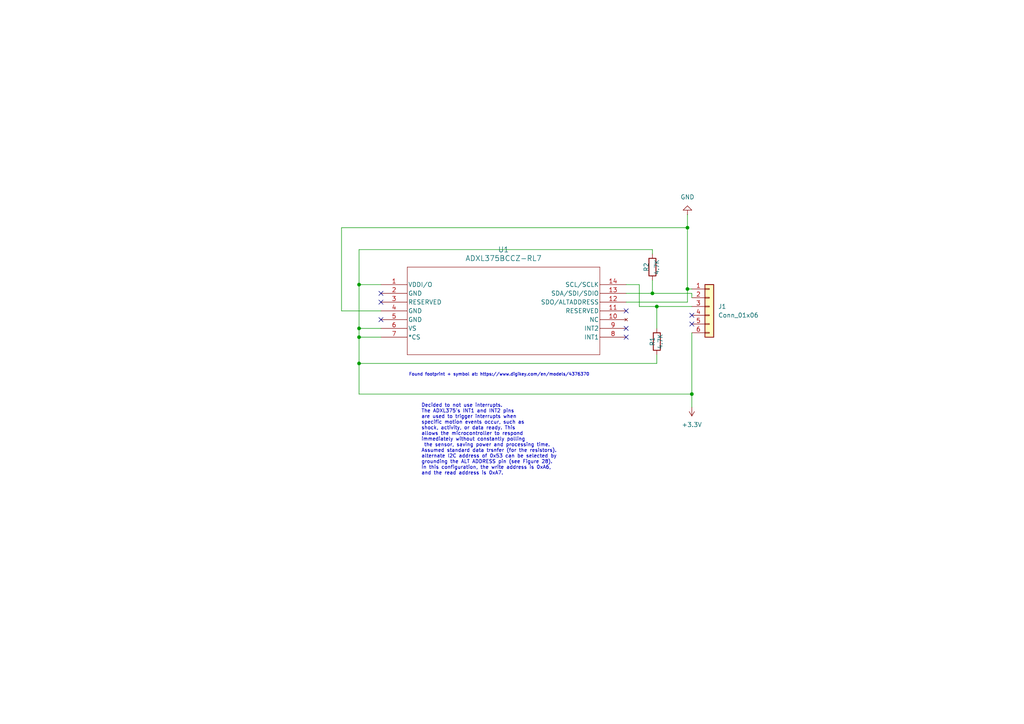
<source format=kicad_sch>
(kicad_sch (version 20250114) (generator "eeschema") (generator_version "9.0")
  (paper "A4")
  (lib_symbols
    (symbol "ADXL375:ADXL375BCCZ-RL7" (pin_names (offset 0.254))
      (property "Reference" "U" (at 35.56 10.16 0))
      (property "Value" "ADXL375BCCZ-RL7" (at 35.56 7.62 0))
      (symbol "ADXL375BCCZ-RL7_0_1"
        (polyline (pts (xy 7.62 5.08) (xy 7.62 -20.32)) (stroke (width 0.127)))
        (polyline (pts (xy 7.62 -20.32) (xy 63.5 -20.32)) (stroke (width 0.127)))
        (polyline (pts (xy 63.5 5.08) (xy 7.62 5.08)) (stroke (width 0.127)))
        (polyline (pts (xy 63.5 -20.32) (xy 63.5 5.08)) (stroke (width 0.127)))
        (pin power_in line (at 0 0 0) (length 7.62) (name "VDDI/O") (number "1"))
        (pin power_out line (at 0 -2.54 0) (length 7.62) (name "GND") (number "2"))
        (pin unspecified line (at 0 -5.08 0) (length 7.62) (name "RESERVED") (number "3"))
        (pin power_out line (at 0 -7.62 0) (length 7.62) (name "GND") (number "4"))
        (pin power_out line (at 0 -10.16 0) (length 7.62) (name "GND") (number "5"))
        (pin unspecified line (at 0 -12.7 0) (length 7.62) (name "VS") (number "6"))
        (pin unspecified line (at 0 -15.24 0) (length 7.62) (name "*CS") (number "7"))
        (pin unspecified line (at 71.12 0 180) (length 7.62) (name "SCL/SCLK") (number "14"))
        (pin unspecified line (at 71.12 -2.54 180) (length 7.62) (name "SDA/SDI/SDIO") (number "13"))
        (pin unspecified line (at 71.12 -5.08 180) (length 7.62) (name "SDO/ALTADDRESS") (number "12"))
        (pin unspecified line (at 71.12 -7.62 180) (length 7.62) (name "RESERVED") (number "11"))
        (pin no_connect line (at 71.12 -10.16 180) (length 7.62) (name "NC") (number "10"))
        (pin bidirectional line (at 71.12 -12.7 180) (length 7.62) (name "INT2") (number "9"))
        (pin bidirectional line (at 71.12 -15.24 180) (length 7.62) (name "INT1") (number "8"))
      )
    )
    (symbol "Connector_Generic:Conn_01x06" (pin_names (offset 1.016) (hide yes))
      (property "Reference" "J" (at 0 7.62 0))
      (property "Value" "Conn_01x06" (at 0 -10.16 0))
      (symbol "Conn_01x06_1_1"
        (rectangle (start -1.27 6.35) (end 1.27 -8.89) (stroke (width 0.254)) (fill (type background)))
        (rectangle (start -1.27 5.207) (end 0 4.953) (stroke (width 0.1524)))
        (rectangle (start -1.27 2.667) (end 0 2.413) (stroke (width 0.1524)))
        (rectangle (start -1.27 0.127) (end 0 -0.127) (stroke (width 0.1524)))
        (rectangle (start -1.27 -2.413) (end 0 -2.667) (stroke (width 0.1524)))
        (rectangle (start -1.27 -4.953) (end 0 -5.207) (stroke (width 0.1524)))
        (rectangle (start -1.27 -7.493) (end 0 -7.747) (stroke (width 0.1524)))
        (pin passive line (at -5.08 5.08 0) (length 3.81) (name "Pin_1") (number "1"))
        (pin passive line (at -5.08 2.54 0) (length 3.81) (name "Pin_2") (number "2"))
        (pin passive line (at -5.08 0 0) (length 3.81) (name "Pin_3") (number "3"))
        (pin passive line (at -5.08 -2.54 0) (length 3.81) (name "Pin_4") (number "4"))
        (pin passive line (at -5.08 -5.08 0) (length 3.81) (name "Pin_5") (number "5"))
        (pin passive line (at -5.08 -7.62 0) (length 3.81) (name "Pin_6") (number "6"))
      )
    )
    (symbol "Device:R" (pin_numbers (hide yes)) (pin_names (offset 0))
      (property "Reference" "R" (at 2.032 0 90))
      (property "Value" "R" (at 0 0 90))
      (symbol "R_0_1"
        (rectangle (start -1.016 -2.54) (end 1.016 2.54) (stroke (width 0.254)))
      )
      (symbol "R_1_1"
        (pin passive line (at 0 3.81 270) (length 1.27) (name "~") (number "1"))
        (pin passive line (at 0 -3.81 90) (length 1.27) (name "~") (number "2"))
      )
    )
    (symbol "power:+3.3V" (power) (pin_numbers (hide yes)) (pin_names (offset 0) (hide yes))
      (property "Value" "+3.3V" (at 0 3.556 0))
      (symbol "+3.3V_0_1"
        (polyline (pts (xy -0.762 1.27) (xy 0 2.54)))
        (polyline (pts (xy 0 2.54) (xy 0.762 1.27)))
        (polyline (pts (xy 0 0) (xy 0 2.54)))
      )
      (symbol "+3.3V_1_1"
        (pin power_in line (at 0 0 90) (length 0) (name "~") (number "1"))
      )
    )
    (symbol "power:GND" (power) (pin_numbers (hide yes)) (pin_names (offset 0) (hide yes))
      (property "Value" "GND" (at 0 -3.81 0))
      (symbol "GND_0_1"
        (polyline (pts (xy 0 0) (xy 0 -1.27) (xy 1.27 -1.27) (xy 0 -2.54) (xy -1.27 -1.27) (xy 0 -1.27)))
      )
      (symbol "GND_1_1"
        (pin power_in line (at 0 0 270) (length 0) (name "~") (number "1"))
      )
    )
  )
  (text "Decided to not use interrupts. \nThe ADXL375's INT1 and INT2 pins \nare used to trigger interrupts when \nspecific motion events occur, such as \nshock, activity, or data ready. This \nallows the microcontroller to respond \nimmediately without constantly polling\n the sensor, saving power and processing time.\nAssumed standard data trsnfer (for the resistors).\nalternate I2C address of 0x53 can be selected by \ngrounding the ALT ADDRESS pin (see Figure 28).\nIn this configuration, the write address is 0xA6, \nand the read address is 0xA7.\n\n\n\n\n\n\n\n\n" (at 122.174 117.094 0) (effects (font (size 1.016 1.016)) (justify left top)))
  (text "Found footprint + symbol at: https://www.digikey.com/en/models/4376370" (at 144.78 108.712 0) (effects (font (size 0.889 0.889))))
  (junction (at 200.66 114.3))
  (junction (at 199.39 66.04))
  (junction (at 189.23 85.09))
  (junction (at 104.14 105.41))
  (junction (at 190.5 88.9))
  (junction (at 199.39 83.82))
  (junction (at 104.14 95.25))
  (junction (at 104.14 82.55))
  (junction (at 104.14 97.79))
  (no_connect (at 181.61 90.17))
  (no_connect (at 110.49 87.63))
  (no_connect (at 110.49 92.71))
  (no_connect (at 181.61 97.79))
  (no_connect (at 110.49 85.09))
  (no_connect (at 181.61 95.25))
  (no_connect (at 200.66 91.44))
  (no_connect (at 200.66 93.98))
  (wire (pts (xy 104.14 97.79) (xy 104.14 105.41)))
  (wire (pts (xy 181.61 87.63) (xy 199.39 87.63)))
  (wire (pts (xy 181.61 85.09) (xy 189.23 85.09)))
  (wire (pts (xy 190.5 88.9) (xy 190.5 95.25)))
  (wire (pts (xy 190.5 105.41) (xy 104.14 105.41)))
  (wire (pts (xy 200.66 114.3) (xy 200.66 118.11)))
  (wire (pts (xy 199.39 87.63) (xy 199.39 83.82)))
  (wire (pts (xy 110.49 82.55) (xy 104.14 82.55)))
  (wire (pts (xy 199.39 83.82) (xy 199.39 66.04)))
  (wire (pts (xy 199.39 83.82) (xy 200.66 83.82)))
  (wire (pts (xy 190.5 102.87) (xy 190.5 105.41)))
  (wire (pts (xy 110.49 95.25) (xy 104.14 95.25)))
  (wire (pts (xy 189.23 85.09) (xy 200.66 85.09)))
  (wire (pts (xy 104.14 114.3) (xy 200.66 114.3)))
  (wire (pts (xy 110.49 90.17) (xy 99.06 90.17)))
  (wire (pts (xy 199.39 66.04) (xy 199.39 62.23)))
  (wire (pts (xy 189.23 72.39) (xy 104.14 72.39)))
  (wire (pts (xy 189.23 81.28) (xy 189.23 85.09)))
  (wire (pts (xy 104.14 82.55) (xy 104.14 95.25)))
  (wire (pts (xy 104.14 72.39) (xy 104.14 82.55)))
  (wire (pts (xy 99.06 66.04) (xy 199.39 66.04)))
  (wire (pts (xy 181.61 82.55) (xy 185.42 82.55)))
  (wire (pts (xy 190.5 88.9) (xy 200.66 88.9)))
  (wire (pts (xy 185.42 82.55) (xy 185.42 88.9)))
  (wire (pts (xy 104.14 95.25) (xy 104.14 97.79)))
  (wire (pts (xy 104.14 105.41) (xy 104.14 114.3)))
  (wire (pts (xy 104.14 97.79) (xy 110.49 97.79)))
  (wire (pts (xy 185.42 88.9) (xy 190.5 88.9)))
  (wire (pts (xy 99.06 90.17) (xy 99.06 66.04)))
  (wire (pts (xy 189.23 73.66) (xy 189.23 72.39)))
  (wire (pts (xy 200.66 96.52) (xy 200.66 114.3)))
  (wire (pts (xy 200.66 85.09) (xy 200.66 86.36)))
  (symbol (lib_id "Connector_Generic:Conn_01x06") (at 205.74 88.9 0) (unit 1)
    (property "Reference" "J1" (at 208.28 88.8999 0) (effects (justify left)))
    (property "Value" "Conn_01x06" (at 208.28 91.4399 0) (effects (justify left)))
    (property "Footprint" "Connector_JST:JST_EH_B6B-EH-A_1x06_P2.50mm_Vertical" (effects (hide yes)))
    (property "Description" "Generic connector, single row, 01x06, script generated (kicad-library-utils/schlib/autogen/connector/)" (effects (hide yes)))
  )
  (symbol (lib_id "Device:R") (at 190.5 99.06 180) (unit 1)
    (property "Reference" "R1" (at 189.23 99.06 90))
    (property "Value" "4.7K" (at 191.516 99.06 90))
    (property "Footprint" "Resistor_SMD:R_0805_2012Metric_Pad1.20x1.40mm_HandSolder" (effects (hide yes)))
    (property "Description" "Resistor" (effects (hide yes)))
  )
  (symbol (lib_id "Device:R") (at 189.23 77.47 180) (unit 1)
    (property "Reference" "R2" (at 187.452 77.47 90))
    (property "Value" "4.7K" (at 190.5 77.47 90))
    (property "Footprint" "Resistor_SMD:R_0805_2012Metric_Pad1.20x1.40mm_HandSolder" (effects (hide yes)))
    (property "Description" "Resistor" (effects (hide yes)))
  )
  (symbol (lib_id "power:GND") (at 199.39 62.23 180) (unit 1)
    (property "Reference" "#PWR03" (effects (hide yes)))
    (property "Value" "GND" (at 199.39 57.15 0))
    (property "Description" "Power symbol creates a global label with name \"GND\" , ground" (effects (hide yes)))
  )
  (symbol (lib_id "power:+3.3V") (at 200.66 118.11 180) (unit 1)
    (property "Reference" "#PWR01" (effects (hide yes)))
    (property "Value" "+3.3V" (at 200.66 123.19 0))
    (property "Description" "Power symbol creates a global label with name \"+3.3V\"" (effects (hide yes)))
  )
  (symbol (lib_id "ADXL375:ADXL375BCCZ-RL7") (at 110.49 82.55 0) (unit 1)
    (property "Reference" "U1" (at 146.05 72.39 0) (effects (font (size 1.524 1.524))))
    (property "Value" "ADXL375BCCZ-RL7" (at 146.05 74.93 0) (effects (font (size 1.524 1.524))))
    (property "Footprint" "ADXL375:LGA_CC-14-1_ADI" (effects (hide yes)))
    (property "Datasheet" "ADXL375BCCZ-RL7" (effects (hide yes)))
  )
)
</source>
